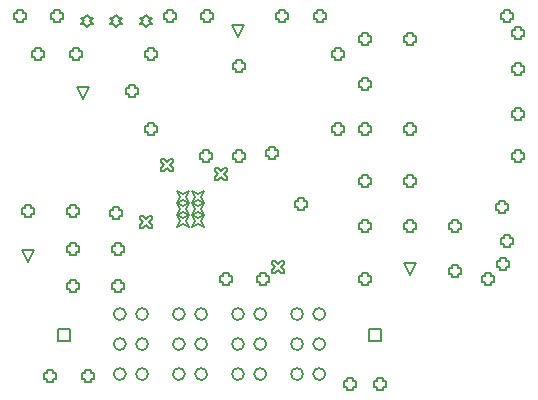
<source format=gbr>
%TF.GenerationSoftware,Altium Limited,Altium Designer,24.2.2 (26)*%
G04 Layer_Color=2752767*
%FSLAX45Y45*%
%MOMM*%
%TF.SameCoordinates,3B1DD697-BB8E-4966-B076-04D6E0BCF24A*%
%TF.FilePolarity,Positive*%
%TF.FileFunction,Drawing*%
%TF.Part,Single*%
G01*
G75*
%TA.AperFunction,NonConductor*%
%ADD34C,0.12700*%
%ADD65C,0.16933*%
D34*
X1295400Y2540000D02*
X1244600Y2641600D01*
X1346200D01*
X1295400Y2540000D01*
X1324800Y3149600D02*
X1350200Y3175000D01*
X1375600D01*
X1350200Y3200400D01*
X1375600Y3225800D01*
X1350200D01*
X1324800Y3251200D01*
X1299400Y3225800D01*
X1274000D01*
X1299400Y3200400D01*
X1274000Y3175000D01*
X1299400D01*
X1324800Y3149600D01*
X1574800D02*
X1600200Y3175000D01*
X1625600D01*
X1600200Y3200400D01*
X1625600Y3225800D01*
X1600200D01*
X1574800Y3251200D01*
X1549400Y3225800D01*
X1524000D01*
X1549400Y3200400D01*
X1524000Y3175000D01*
X1549400D01*
X1574800Y3149600D01*
X1824800D02*
X1850200Y3175000D01*
X1875600D01*
X1850200Y3200400D01*
X1875600Y3225800D01*
X1850200D01*
X1824800Y3251200D01*
X1799400Y3225800D01*
X1774000D01*
X1799400Y3200400D01*
X1774000Y3175000D01*
X1799400D01*
X1824800Y3149600D01*
X3711910Y488000D02*
Y589600D01*
X3813510D01*
Y488000D01*
X3711910D01*
X1083910D02*
Y589600D01*
X1185510D01*
Y488000D01*
X1083910D01*
X2603500Y3060700D02*
X2552700Y3162300D01*
X2654300D01*
X2603500Y3060700D01*
X4064000Y1043940D02*
X4013200Y1145540D01*
X4114800D01*
X4064000Y1043940D01*
X825500Y1155700D02*
X774700Y1257300D01*
X876300D01*
X825500Y1155700D01*
X4857750Y3213100D02*
Y3187700D01*
X4908550D01*
Y3213100D01*
X4933950D01*
Y3263900D01*
X4908550D01*
Y3289300D01*
X4857750D01*
Y3263900D01*
X4832350D01*
Y3213100D01*
X4857750D01*
Y1308100D02*
Y1282700D01*
X4908550D01*
Y1308100D01*
X4933950D01*
Y1358900D01*
X4908550D01*
Y1384300D01*
X4857750D01*
Y1358900D01*
X4832350D01*
Y1308100D01*
X4857750D01*
X4699000Y990600D02*
Y965200D01*
X4749800D01*
Y990600D01*
X4775200D01*
Y1041400D01*
X4749800D01*
Y1066800D01*
X4699000D01*
Y1041400D01*
X4673600D01*
Y990600D01*
X4699000D01*
X3270250Y3213100D02*
Y3187700D01*
X3321050D01*
Y3213100D01*
X3346450D01*
Y3263900D01*
X3321050D01*
Y3289300D01*
X3270250D01*
Y3263900D01*
X3244850D01*
Y3213100D01*
X3270250D01*
X3429000Y2895600D02*
Y2870200D01*
X3479800D01*
Y2895600D01*
X3505200D01*
Y2946400D01*
X3479800D01*
Y2971800D01*
X3429000D01*
Y2946400D01*
X3403600D01*
Y2895600D01*
X3429000D01*
Y2260600D02*
Y2235200D01*
X3479800D01*
Y2260600D01*
X3505200D01*
Y2311400D01*
X3479800D01*
Y2336800D01*
X3429000D01*
Y2311400D01*
X3403600D01*
Y2260600D01*
X3429000D01*
X2952750Y3213100D02*
Y3187700D01*
X3003550D01*
Y3213100D01*
X3028950D01*
Y3263900D01*
X3003550D01*
Y3289300D01*
X2952750D01*
Y3263900D01*
X2927350D01*
Y3213100D01*
X2952750D01*
X3111500Y1625600D02*
Y1600200D01*
X3162300D01*
Y1625600D01*
X3187700D01*
Y1676400D01*
X3162300D01*
Y1701800D01*
X3111500D01*
Y1676400D01*
X3086100D01*
Y1625600D01*
X3111500D01*
X2794000Y990600D02*
Y965200D01*
X2844800D01*
Y990600D01*
X2870200D01*
Y1041400D01*
X2844800D01*
Y1066800D01*
X2794000D01*
Y1041400D01*
X2768600D01*
Y990600D01*
X2794000D01*
X2317750Y3213100D02*
Y3187700D01*
X2368550D01*
Y3213100D01*
X2393950D01*
Y3263900D01*
X2368550D01*
Y3289300D01*
X2317750D01*
Y3263900D01*
X2292350D01*
Y3213100D01*
X2317750D01*
X2476500Y990600D02*
Y965200D01*
X2527300D01*
Y990600D01*
X2552700D01*
Y1041400D01*
X2527300D01*
Y1066800D01*
X2476500D01*
Y1041400D01*
X2451100D01*
Y990600D01*
X2476500D01*
X2000250Y3213100D02*
Y3187700D01*
X2051050D01*
Y3213100D01*
X2076450D01*
Y3263900D01*
X2051050D01*
Y3289300D01*
X2000250D01*
Y3263900D01*
X1974850D01*
Y3213100D01*
X2000250D01*
X1841500Y2895600D02*
Y2870200D01*
X1892300D01*
Y2895600D01*
X1917700D01*
Y2946400D01*
X1892300D01*
Y2971800D01*
X1841500D01*
Y2946400D01*
X1816100D01*
Y2895600D01*
X1841500D01*
X1682750Y2578100D02*
Y2552700D01*
X1733550D01*
Y2578100D01*
X1758950D01*
Y2628900D01*
X1733550D01*
Y2654300D01*
X1682750D01*
Y2628900D01*
X1657350D01*
Y2578100D01*
X1682750D01*
X1841500Y2260600D02*
Y2235200D01*
X1892300D01*
Y2260600D01*
X1917700D01*
Y2311400D01*
X1892300D01*
Y2336800D01*
X1841500D01*
Y2311400D01*
X1816100D01*
Y2260600D01*
X1841500D01*
X1047750Y3213100D02*
Y3187700D01*
X1098550D01*
Y3213100D01*
X1123950D01*
Y3263900D01*
X1098550D01*
Y3289300D01*
X1047750D01*
Y3263900D01*
X1022350D01*
Y3213100D01*
X1047750D01*
X1206500Y2895600D02*
Y2870200D01*
X1257300D01*
Y2895600D01*
X1282700D01*
Y2946400D01*
X1257300D01*
Y2971800D01*
X1206500D01*
Y2946400D01*
X1181100D01*
Y2895600D01*
X1206500D01*
X730250Y3213100D02*
Y3187700D01*
X781050D01*
Y3213100D01*
X806450D01*
Y3263900D01*
X781050D01*
Y3289300D01*
X730250D01*
Y3263900D01*
X704850D01*
Y3213100D01*
X730250D01*
X889000Y2895600D02*
Y2870200D01*
X939800D01*
Y2895600D01*
X965200D01*
Y2946400D01*
X939800D01*
Y2971800D01*
X889000D01*
Y2946400D01*
X863600D01*
Y2895600D01*
X889000D01*
X1549400Y1549400D02*
Y1524000D01*
X1600200D01*
Y1549400D01*
X1625600D01*
Y1600200D01*
X1600200D01*
Y1625600D01*
X1549400D01*
Y1600200D01*
X1524000D01*
Y1549400D01*
X1549400D01*
X2311400Y2032000D02*
Y2006600D01*
X2362200D01*
Y2032000D01*
X2387600D01*
Y2082800D01*
X2362200D01*
Y2108200D01*
X2311400D01*
Y2082800D01*
X2286000D01*
Y2032000D01*
X2311400D01*
X4953000Y3073400D02*
Y3048000D01*
X5003800D01*
Y3073400D01*
X5029200D01*
Y3124200D01*
X5003800D01*
Y3149600D01*
X4953000D01*
Y3124200D01*
X4927600D01*
Y3073400D01*
X4953000D01*
Y2768600D02*
Y2743200D01*
X5003800D01*
Y2768600D01*
X5029200D01*
Y2819400D01*
X5003800D01*
Y2844800D01*
X4953000D01*
Y2819400D01*
X4927600D01*
Y2768600D01*
X4953000D01*
Y2032000D02*
Y2006600D01*
X5003800D01*
Y2032000D01*
X5029200D01*
Y2082800D01*
X5003800D01*
Y2108200D01*
X4953000D01*
Y2082800D01*
X4927600D01*
Y2032000D01*
X4953000D01*
Y2387600D02*
Y2362200D01*
X5003800D01*
Y2387600D01*
X5029200D01*
Y2438400D01*
X5003800D01*
Y2463800D01*
X4953000D01*
Y2438400D01*
X4927600D01*
Y2387600D01*
X4953000D01*
X4820998Y1118228D02*
Y1092828D01*
X4871798D01*
Y1118228D01*
X4897198D01*
Y1169028D01*
X4871798D01*
Y1194428D01*
X4820998D01*
Y1169028D01*
X4795598D01*
Y1118228D01*
X4820998D01*
X4814463Y1597519D02*
Y1572119D01*
X4865263D01*
Y1597519D01*
X4890663D01*
Y1648319D01*
X4865263D01*
Y1673719D01*
X4814463D01*
Y1648319D01*
X4789063D01*
Y1597519D01*
X4814463D01*
X1953396Y1924373D02*
X1978796D01*
X2004196Y1949773D01*
X2029596Y1924373D01*
X2054996D01*
Y1949773D01*
X2029596Y1975173D01*
X2054996Y2000573D01*
Y2025973D01*
X2029596D01*
X2004196Y2000573D01*
X1978796Y2025973D01*
X1953396D01*
Y2000573D01*
X1978796Y1975173D01*
X1953396Y1949773D01*
Y1924373D01*
X4419600Y1054100D02*
Y1028700D01*
X4470400D01*
Y1054100D01*
X4495800D01*
Y1104900D01*
X4470400D01*
Y1130300D01*
X4419600D01*
Y1104900D01*
X4394200D01*
Y1054100D01*
X4419600D01*
Y1435100D02*
Y1409700D01*
X4470400D01*
Y1435100D01*
X4495800D01*
Y1485900D01*
X4470400D01*
Y1511300D01*
X4419600D01*
Y1485900D01*
X4394200D01*
Y1435100D01*
X4419600D01*
X4038600Y3022600D02*
Y2997200D01*
X4089400D01*
Y3022600D01*
X4114800D01*
Y3073400D01*
X4089400D01*
Y3098800D01*
X4038600D01*
Y3073400D01*
X4013200D01*
Y3022600D01*
X4038600D01*
X3657600D02*
Y2997200D01*
X3708400D01*
Y3022600D01*
X3733800D01*
Y3073400D01*
X3708400D01*
Y3098800D01*
X3657600D01*
Y3073400D01*
X3632200D01*
Y3022600D01*
X3657600D01*
X1772914Y1442028D02*
X1798314D01*
X1823714Y1467428D01*
X1849114Y1442028D01*
X1874514D01*
Y1467428D01*
X1849114Y1492828D01*
X1874514Y1518228D01*
Y1543628D01*
X1849114D01*
X1823714Y1518228D01*
X1798314Y1543628D01*
X1772914D01*
Y1518228D01*
X1798314Y1492828D01*
X1772914Y1467428D01*
Y1442028D01*
X3784600Y101600D02*
Y76200D01*
X3835400D01*
Y101600D01*
X3860800D01*
Y152400D01*
X3835400D01*
Y177800D01*
X3784600D01*
Y152400D01*
X3759200D01*
Y101600D01*
X3784600D01*
X3530600D02*
Y76200D01*
X3581400D01*
Y101600D01*
X3606800D01*
Y152400D01*
X3581400D01*
Y177800D01*
X3530600D01*
Y152400D01*
X3505200D01*
Y101600D01*
X3530600D01*
X1308100Y165100D02*
Y139700D01*
X1358900D01*
Y165100D01*
X1384300D01*
Y215900D01*
X1358900D01*
Y241300D01*
X1308100D01*
Y215900D01*
X1282700D01*
Y165100D01*
X1308100D01*
X990600D02*
Y139700D01*
X1041400D01*
Y165100D01*
X1066800D01*
Y215900D01*
X1041400D01*
Y241300D01*
X990600D01*
Y215900D01*
X965200D01*
Y165100D01*
X990600D01*
X1562100Y927100D02*
Y901700D01*
X1612900D01*
Y927100D01*
X1638300D01*
Y977900D01*
X1612900D01*
Y1003300D01*
X1562100D01*
Y977900D01*
X1536700D01*
Y927100D01*
X1562100D01*
X1181100D02*
Y901700D01*
X1231900D01*
Y927100D01*
X1257300D01*
Y977900D01*
X1231900D01*
Y1003300D01*
X1181100D01*
Y977900D01*
X1155700D01*
Y927100D01*
X1181100D01*
X800100Y1562100D02*
Y1536700D01*
X850900D01*
Y1562100D01*
X876300D01*
Y1612900D01*
X850900D01*
Y1638300D01*
X800100D01*
Y1612900D01*
X774700D01*
Y1562100D01*
X800100D01*
X1181100D02*
Y1536700D01*
X1231900D01*
Y1562100D01*
X1257300D01*
Y1612900D01*
X1231900D01*
Y1638300D01*
X1181100D01*
Y1612900D01*
X1155700D01*
Y1562100D01*
X1181100D01*
Y1244600D02*
Y1219200D01*
X1231900D01*
Y1244600D01*
X1257300D01*
Y1295400D01*
X1231900D01*
Y1320800D01*
X1181100D01*
Y1295400D01*
X1155700D01*
Y1244600D01*
X1181100D01*
X1562100D02*
Y1219200D01*
X1612900D01*
Y1244600D01*
X1638300D01*
Y1295400D01*
X1612900D01*
Y1320800D01*
X1562100D01*
Y1295400D01*
X1536700D01*
Y1244600D01*
X1562100D01*
X3657600Y2641600D02*
Y2616200D01*
X3708400D01*
Y2641600D01*
X3733800D01*
Y2692400D01*
X3708400D01*
Y2717800D01*
X3657600D01*
Y2692400D01*
X3632200D01*
Y2641600D01*
X3657600D01*
X4038600Y2260600D02*
Y2235200D01*
X4089400D01*
Y2260600D01*
X4114800D01*
Y2311400D01*
X4089400D01*
Y2336800D01*
X4038600D01*
Y2311400D01*
X4013200D01*
Y2260600D01*
X4038600D01*
X3657600D02*
Y2235200D01*
X3708400D01*
Y2260600D01*
X3733800D01*
Y2311400D01*
X3708400D01*
Y2336800D01*
X3657600D01*
Y2311400D01*
X3632200D01*
Y2260600D01*
X3657600D01*
X4038600Y1816100D02*
Y1790700D01*
X4089400D01*
Y1816100D01*
X4114800D01*
Y1866900D01*
X4089400D01*
Y1892300D01*
X4038600D01*
Y1866900D01*
X4013200D01*
Y1816100D01*
X4038600D01*
Y1435100D02*
Y1409700D01*
X4089400D01*
Y1435100D01*
X4114800D01*
Y1485900D01*
X4089400D01*
Y1511300D01*
X4038600D01*
Y1485900D01*
X4013200D01*
Y1435100D01*
X4038600D01*
X3657600Y1816100D02*
Y1790700D01*
X3708400D01*
Y1816100D01*
X3733800D01*
Y1866900D01*
X3708400D01*
Y1892300D01*
X3657600D01*
Y1866900D01*
X3632200D01*
Y1816100D01*
X3657600D01*
Y1435100D02*
Y1409700D01*
X3708400D01*
Y1435100D01*
X3733800D01*
Y1485900D01*
X3708400D01*
Y1511300D01*
X3657600D01*
Y1485900D01*
X3632200D01*
Y1435100D01*
X3657600D01*
Y990600D02*
Y965200D01*
X3708400D01*
Y990600D01*
X3733800D01*
Y1041400D01*
X3708400D01*
Y1066800D01*
X3657600D01*
Y1041400D01*
X3632200D01*
Y990600D01*
X3657600D01*
X2870200Y2057400D02*
Y2032000D01*
X2921000D01*
Y2057400D01*
X2946400D01*
Y2108200D01*
X2921000D01*
Y2133600D01*
X2870200D01*
Y2108200D01*
X2844800D01*
Y2057400D01*
X2870200D01*
X2590800Y2032000D02*
Y2006600D01*
X2641600D01*
Y2032000D01*
X2667000D01*
Y2082800D01*
X2641600D01*
Y2108200D01*
X2590800D01*
Y2082800D01*
X2565400D01*
Y2032000D01*
X2590800D01*
Y2794000D02*
Y2768600D01*
X2641600D01*
Y2794000D01*
X2667000D01*
Y2844800D01*
X2641600D01*
Y2870200D01*
X2590800D01*
Y2844800D01*
X2565400D01*
Y2794000D01*
X2590800D01*
X2895600Y1066800D02*
X2921000D01*
X2946400Y1092200D01*
X2971800Y1066800D01*
X2997200D01*
Y1092200D01*
X2971800Y1117600D01*
X2997200Y1143000D01*
Y1168400D01*
X2971800D01*
X2946400Y1143000D01*
X2921000Y1168400D01*
X2895600D01*
Y1143000D01*
X2921000Y1117600D01*
X2895600Y1092200D01*
Y1066800D01*
X2413000Y1854200D02*
X2438400D01*
X2463800Y1879600D01*
X2489200Y1854200D01*
X2514600D01*
Y1879600D01*
X2489200Y1905000D01*
X2514600Y1930400D01*
Y1955800D01*
X2489200D01*
X2463800Y1930400D01*
X2438400Y1955800D01*
X2413000D01*
Y1930400D01*
X2438400Y1905000D01*
X2413000Y1879600D01*
Y1854200D01*
X2215660Y1457960D02*
X2241060Y1508760D01*
X2215660Y1559560D01*
X2266460Y1534160D01*
X2317260Y1559560D01*
X2291860Y1508760D01*
X2317260Y1457960D01*
X2266460Y1483360D01*
X2215660Y1457960D01*
X2091460D02*
X2116860Y1508760D01*
X2091460Y1559560D01*
X2142260Y1534160D01*
X2193060Y1559560D01*
X2167660Y1508760D01*
X2193060Y1457960D01*
X2142260Y1483360D01*
X2091460Y1457960D01*
X2215660Y1559560D02*
X2241060Y1610360D01*
X2215660Y1661160D01*
X2266460Y1635760D01*
X2317260Y1661160D01*
X2291860Y1610360D01*
X2317260Y1559560D01*
X2266460Y1584960D01*
X2215660Y1559560D01*
X2091460D02*
X2116860Y1610360D01*
X2091460Y1661160D01*
X2142260Y1635760D01*
X2193060Y1661160D01*
X2167660Y1610360D01*
X2193060Y1559560D01*
X2142260Y1584960D01*
X2091460Y1559560D01*
X2215660Y1661160D02*
X2241060Y1711960D01*
X2215660Y1762760D01*
X2266460Y1737360D01*
X2317260Y1762760D01*
X2291860Y1711960D01*
X2317260Y1661160D01*
X2266460Y1686560D01*
X2215660Y1661160D01*
X2091460D02*
X2116860Y1711960D01*
X2091460Y1762760D01*
X2142260Y1737360D01*
X2193060Y1762760D01*
X2167660Y1711960D01*
X2193060Y1661160D01*
X2142260Y1686560D01*
X2091460Y1661160D01*
D65*
X1843510Y208800D02*
G03*
X1843510Y208800I-50800J0D01*
G01*
X1655510D02*
G03*
X1655510Y208800I-50800J0D01*
G01*
X1843510Y462800D02*
G03*
X1843510Y462800I-50800J0D01*
G01*
X1655510D02*
G03*
X1655510Y462800I-50800J0D01*
G01*
X1843510Y716800D02*
G03*
X1843510Y716800I-50800J0D01*
G01*
X1655510D02*
G03*
X1655510Y716800I-50800J0D01*
G01*
X3343510Y208800D02*
G03*
X3343510Y208800I-50800J0D01*
G01*
X3155510D02*
G03*
X3155510Y208800I-50800J0D01*
G01*
X3343510Y462800D02*
G03*
X3343510Y462800I-50800J0D01*
G01*
X3155510D02*
G03*
X3155510Y462800I-50800J0D01*
G01*
X3343510Y716800D02*
G03*
X3343510Y716800I-50800J0D01*
G01*
X3155510D02*
G03*
X3155510Y716800I-50800J0D01*
G01*
X2843510Y208800D02*
G03*
X2843510Y208800I-50800J0D01*
G01*
X2655510D02*
G03*
X2655510Y208800I-50800J0D01*
G01*
X2843510Y462800D02*
G03*
X2843510Y462800I-50800J0D01*
G01*
X2655510D02*
G03*
X2655510Y462800I-50800J0D01*
G01*
X2843510Y716800D02*
G03*
X2843510Y716800I-50800J0D01*
G01*
X2655510D02*
G03*
X2655510Y716800I-50800J0D01*
G01*
X2343510Y208800D02*
G03*
X2343510Y208800I-50800J0D01*
G01*
X2155510D02*
G03*
X2155510Y208800I-50800J0D01*
G01*
X2343510Y462800D02*
G03*
X2343510Y462800I-50800J0D01*
G01*
X2155510D02*
G03*
X2155510Y462800I-50800J0D01*
G01*
X2343510Y716800D02*
G03*
X2343510Y716800I-50800J0D01*
G01*
X2155510D02*
G03*
X2155510Y716800I-50800J0D01*
G01*
%TF.MD5,d207bac88e6a0fd5aaeab340077d70b4*%
M02*

</source>
